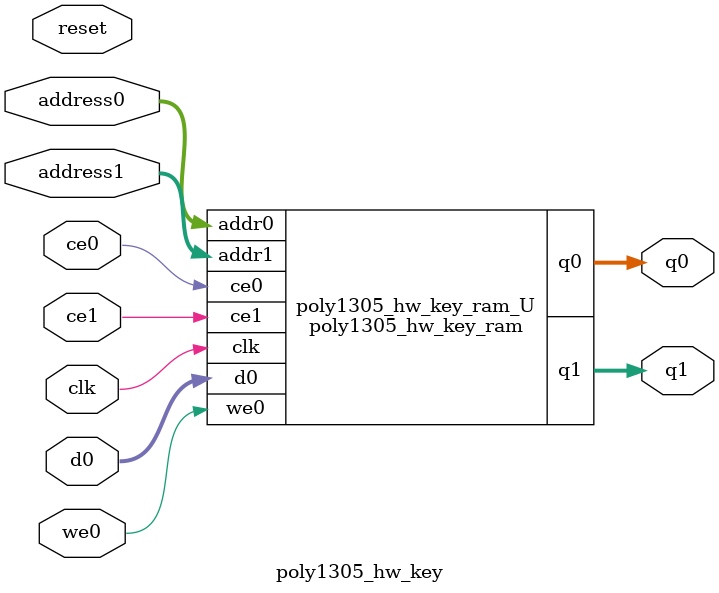
<source format=v>
`timescale 1 ns / 1 ps
module poly1305_hw_key_ram (addr0, ce0, d0, we0, q0, addr1, ce1, q1,  clk);

parameter DWIDTH = 8;
parameter AWIDTH = 5;
parameter MEM_SIZE = 32;

input[AWIDTH-1:0] addr0;
input ce0;
input[DWIDTH-1:0] d0;
input we0;
output reg[DWIDTH-1:0] q0;
input[AWIDTH-1:0] addr1;
input ce1;
output reg[DWIDTH-1:0] q1;
input clk;

(* ram_style = "distributed" *)reg [DWIDTH-1:0] ram[0:MEM_SIZE-1];




always @(posedge clk)  
begin 
    if (ce0) 
    begin
        if (we0) 
        begin 
            ram[addr0] <= d0; 
        end 
        q0 <= ram[addr0];
    end
end


always @(posedge clk)  
begin 
    if (ce1) 
    begin
        q1 <= ram[addr1];
    end
end


endmodule

`timescale 1 ns / 1 ps
module poly1305_hw_key(
    reset,
    clk,
    address0,
    ce0,
    we0,
    d0,
    q0,
    address1,
    ce1,
    q1);

parameter DataWidth = 32'd8;
parameter AddressRange = 32'd32;
parameter AddressWidth = 32'd5;
input reset;
input clk;
input[AddressWidth - 1:0] address0;
input ce0;
input we0;
input[DataWidth - 1:0] d0;
output[DataWidth - 1:0] q0;
input[AddressWidth - 1:0] address1;
input ce1;
output[DataWidth - 1:0] q1;



poly1305_hw_key_ram poly1305_hw_key_ram_U(
    .clk( clk ),
    .addr0( address0 ),
    .ce0( ce0 ),
    .we0( we0 ),
    .d0( d0 ),
    .q0( q0 ),
    .addr1( address1 ),
    .ce1( ce1 ),
    .q1( q1 ));

endmodule


</source>
